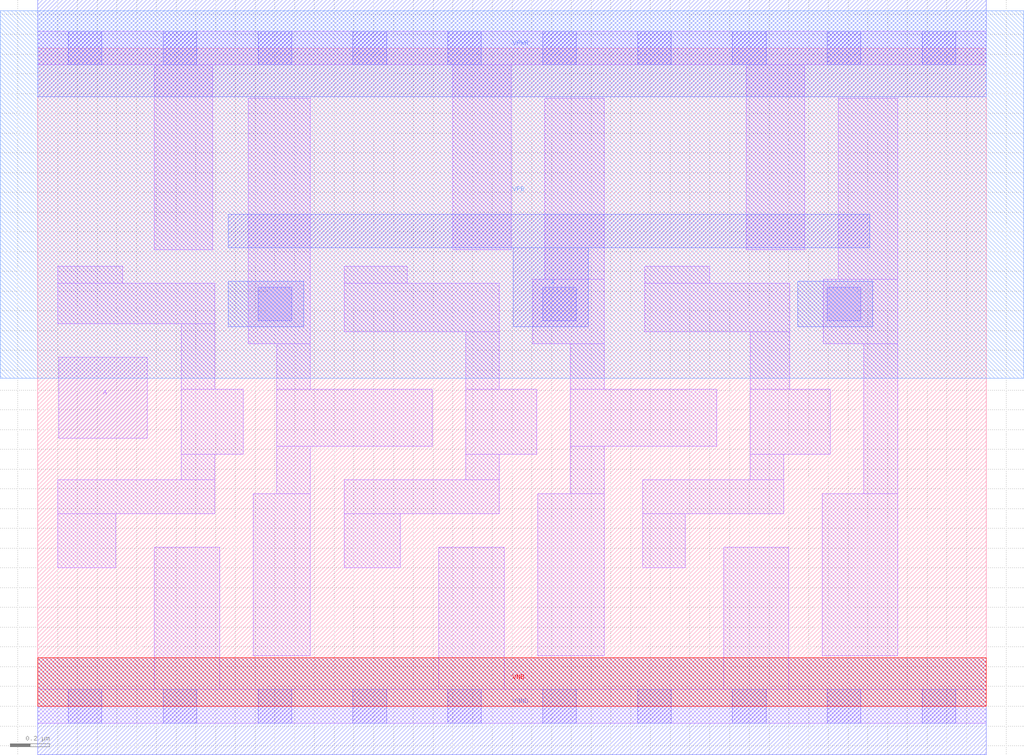
<source format=lef>
# Copyright 2020 The SkyWater PDK Authors
#
# Licensed under the Apache License, Version 2.0 (the "License");
# you may not use this file except in compliance with the License.
# You may obtain a copy of the License at
#
#     https://www.apache.org/licenses/LICENSE-2.0
#
# Unless required by applicable law or agreed to in writing, software
# distributed under the License is distributed on an "AS IS" BASIS,
# WITHOUT WARRANTIES OR CONDITIONS OF ANY KIND, either express or implied.
# See the License for the specific language governing permissions and
# limitations under the License.
#
# SPDX-License-Identifier: Apache-2.0

VERSION 5.7 ;
  NOWIREEXTENSIONATPIN ON ;
  DIVIDERCHAR "/" ;
  BUSBITCHARS "[]" ;
MACRO sky130_fd_sc_hs__dlymetal6s4s_1
  CLASS CORE ;
  FOREIGN sky130_fd_sc_hs__dlymetal6s4s_1 ;
  ORIGIN  0.000000  0.000000 ;
  SIZE  4.800000 BY  3.330000 ;
  SYMMETRY X Y ;
  SITE unit ;
  PIN A
    ANTENNAGATEAREA  0.126000 ;
    DIRECTION INPUT ;
    USE SIGNAL ;
    PORT
      LAYER li1 ;
        RECT 0.105000 1.355000 0.555000 1.765000 ;
    END
  END A
  PIN X
    ANTENNADIFFAREA  0.504100 ;
    ANTENNAGATEAREA  0.126000 ;
    DIRECTION OUTPUT ;
    USE SIGNAL ;
    PORT
      LAYER met1 ;
        RECT 0.965000 2.320000 4.210000 2.490000 ;
        RECT 2.405000 1.920000 2.785000 2.320000 ;
    END
  END X
  PIN VGND
    DIRECTION INOUT ;
    USE GROUND ;
    PORT
      LAYER met1 ;
        RECT 0.000000 -0.245000 4.800000 0.245000 ;
    END
  END VGND
  PIN VNB
    DIRECTION INOUT ;
    USE GROUND ;
    PORT
      LAYER pwell ;
        RECT 0.000000 0.000000 4.800000 0.245000 ;
    END
  END VNB
  PIN VPB
    DIRECTION INOUT ;
    USE POWER ;
    PORT
      LAYER nwell ;
        RECT -0.190000 1.660000 4.990000 3.520000 ;
    END
  END VPB
  PIN VPWR
    DIRECTION INOUT ;
    USE POWER ;
    PORT
      LAYER met1 ;
        RECT 0.000000 3.085000 4.800000 3.575000 ;
    END
  END VPWR
  OBS
    LAYER li1 ;
      RECT 0.000000 -0.085000 4.800000 0.085000 ;
      RECT 0.000000  3.245000 4.800000 3.415000 ;
      RECT 0.100000  0.700000 0.395000 0.975000 ;
      RECT 0.100000  0.975000 0.895000 1.145000 ;
      RECT 0.100000  1.935000 0.895000 2.140000 ;
      RECT 0.100000  2.140000 0.430000 2.225000 ;
      RECT 0.590000  0.085000 0.920000 0.805000 ;
      RECT 0.590000  2.310000 0.885000 3.245000 ;
      RECT 0.725000  1.145000 0.895000 1.275000 ;
      RECT 0.725000  1.275000 1.040000 1.605000 ;
      RECT 0.725000  1.605000 0.895000 1.935000 ;
      RECT 1.065000  1.835000 1.380000 3.075000 ;
      RECT 1.090000  0.255000 1.380000 1.075000 ;
      RECT 1.210000  1.075000 1.380000 1.315000 ;
      RECT 1.210000  1.315000 1.995000 1.605000 ;
      RECT 1.210000  1.605000 1.380000 1.835000 ;
      RECT 1.550000  0.700000 1.835000 0.975000 ;
      RECT 1.550000  0.975000 2.335000 1.145000 ;
      RECT 1.550000  1.895000 2.335000 2.140000 ;
      RECT 1.550000  2.140000 1.870000 2.225000 ;
      RECT 2.030000  0.085000 2.360000 0.805000 ;
      RECT 2.100000  2.310000 2.395000 3.245000 ;
      RECT 2.165000  1.145000 2.335000 1.275000 ;
      RECT 2.165000  1.275000 2.525000 1.605000 ;
      RECT 2.165000  1.605000 2.335000 1.895000 ;
      RECT 2.505000  1.835000 2.865000 2.160000 ;
      RECT 2.530000  0.255000 2.865000 1.075000 ;
      RECT 2.565000  2.160000 2.865000 3.075000 ;
      RECT 2.695000  1.075000 2.865000 1.315000 ;
      RECT 2.695000  1.315000 3.435000 1.605000 ;
      RECT 2.695000  1.605000 2.865000 1.835000 ;
      RECT 3.060000  0.700000 3.275000 0.975000 ;
      RECT 3.060000  0.975000 3.775000 1.145000 ;
      RECT 3.070000  1.895000 3.805000 2.140000 ;
      RECT 3.070000  2.140000 3.400000 2.225000 ;
      RECT 3.470000  0.085000 3.800000 0.805000 ;
      RECT 3.585000  2.310000 3.880000 3.245000 ;
      RECT 3.605000  1.145000 3.775000 1.275000 ;
      RECT 3.605000  1.275000 4.010000 1.605000 ;
      RECT 3.605000  1.605000 3.805000 1.895000 ;
      RECT 3.970000  0.255000 4.350000 1.075000 ;
      RECT 3.975000  1.835000 4.350000 2.160000 ;
      RECT 4.050000  2.160000 4.350000 3.075000 ;
      RECT 4.180000  1.075000 4.350000 1.835000 ;
    LAYER mcon ;
      RECT 0.155000 -0.085000 0.325000 0.085000 ;
      RECT 0.155000  3.245000 0.325000 3.415000 ;
      RECT 0.635000 -0.085000 0.805000 0.085000 ;
      RECT 0.635000  3.245000 0.805000 3.415000 ;
      RECT 1.115000 -0.085000 1.285000 0.085000 ;
      RECT 1.115000  1.950000 1.285000 2.120000 ;
      RECT 1.115000  3.245000 1.285000 3.415000 ;
      RECT 1.595000 -0.085000 1.765000 0.085000 ;
      RECT 1.595000  3.245000 1.765000 3.415000 ;
      RECT 2.075000 -0.085000 2.245000 0.085000 ;
      RECT 2.075000  3.245000 2.245000 3.415000 ;
      RECT 2.555000 -0.085000 2.725000 0.085000 ;
      RECT 2.555000  1.950000 2.725000 2.120000 ;
      RECT 2.555000  3.245000 2.725000 3.415000 ;
      RECT 3.035000 -0.085000 3.205000 0.085000 ;
      RECT 3.035000  3.245000 3.205000 3.415000 ;
      RECT 3.515000 -0.085000 3.685000 0.085000 ;
      RECT 3.515000  3.245000 3.685000 3.415000 ;
      RECT 3.995000 -0.085000 4.165000 0.085000 ;
      RECT 3.995000  1.950000 4.165000 2.120000 ;
      RECT 3.995000  3.245000 4.165000 3.415000 ;
      RECT 4.475000 -0.085000 4.645000 0.085000 ;
      RECT 4.475000  3.245000 4.645000 3.415000 ;
    LAYER met1 ;
      RECT 0.965000 1.920000 1.345000 2.150000 ;
      RECT 3.845000 1.920000 4.225000 2.150000 ;
  END
END sky130_fd_sc_hs__dlymetal6s4s_1
END LIBRARY

</source>
